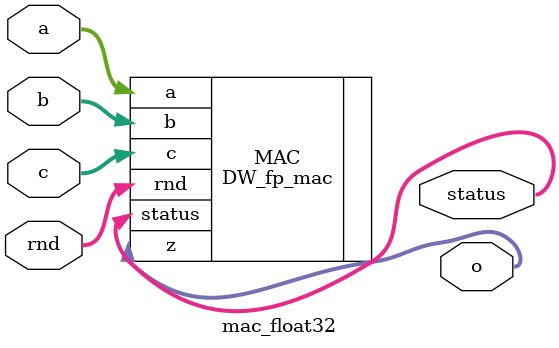
<source format=sv>
/*
 * File: template.sv
 * Author: Michal Gorywoda
 * Created Date: March 9th 2025
 * 
 * Copyright (c) 2025 Michal Gorywoda, KAIST SEED Lab
 */

 `default_nettype none
 module mac_float32 #(
    parameter   N_SIG    = 23,
    parameter   N_EXP    = 8,
    parameter   N_DATA   = N_EXP + N_SIG + 1
 ) (
    input   logic [N_DATA-1:0]   a,
    input   logic [N_DATA-1:0]   b,
    input   logic [N_DATA-1:0]   c,
    input   logic [2:0]          rnd,
    output  logic [N_DATA-1:0]   o,
    output  logic [7:0]          status
 );
 
 
DW_fp_mac #
(
   .sig_width(N_SIG), 
   .exp_width(N_EXP), 
   .ieee_compliance(1)
) MAC ( 
   .a(a), 
   .b(b),
   .c(c),
   .rnd(rnd), 
   .z(o), 
   .status(status) 
);
    
endmodule
</source>
